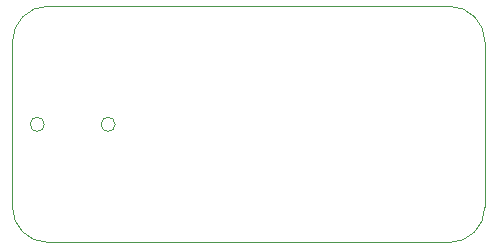
<source format=gm1>
%TF.GenerationSoftware,KiCad,Pcbnew,(6.0.0-0)*%
%TF.CreationDate,2022-11-25T09:40:40+01:00*%
%TF.ProjectId,pcm5102a_codec_breakout,70636d35-3130-4326-915f-636f6465635f,rev?*%
%TF.SameCoordinates,Original*%
%TF.FileFunction,Profile,NP*%
%FSLAX46Y46*%
G04 Gerber Fmt 4.6, Leading zero omitted, Abs format (unit mm)*
G04 Created by KiCad (PCBNEW (6.0.0-0)) date 2022-11-25 09:40:40*
%MOMM*%
%LPD*%
G01*
G04 APERTURE LIST*
%TA.AperFunction,Profile*%
%ADD10C,0.100000*%
%TD*%
%TA.AperFunction,Profile*%
%ADD11C,0.120000*%
%TD*%
G04 APERTURE END LIST*
D10*
X123000000Y-80000000D02*
X157000000Y-80000000D01*
X120000000Y-97000000D02*
X120000000Y-83000000D01*
X157000000Y-100000000D02*
G75*
G03*
X160000000Y-97000000I-1J3000001D01*
G01*
X120000000Y-97000000D02*
G75*
G03*
X123000000Y-100000000I3000001J1D01*
G01*
X160000000Y-83000000D02*
X160000000Y-97000000D01*
X157000000Y-100000000D02*
X123000000Y-100000000D01*
X123000000Y-80000000D02*
G75*
G03*
X120000000Y-83000000I1J-3000001D01*
G01*
X160000000Y-83000000D02*
G75*
G03*
X157000000Y-80000000I-3000001J-1D01*
G01*
D11*
X128700000Y-90000000D02*
G75*
G03*
X128700000Y-90000000I-600000J0D01*
G01*
X122700000Y-90000000D02*
G75*
G03*
X122700000Y-90000000I-600000J0D01*
G01*
M02*

</source>
